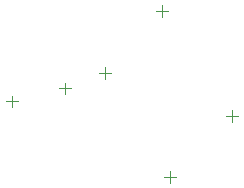
<source format=gbr>
G04*
G04 #@! TF.GenerationSoftware,Altium Limited,Altium Designer,23.8.1 (32)*
G04*
G04 Layer_Color=0*
%FSLAX43Y43*%
%MOMM*%
G71*
G04*
G04 #@! TF.SameCoordinates,4157314E-2F8B-4695-BFB2-F8FC6B21436D*
G04*
G04*
G04 #@! TF.FilePolarity,Positive*
G04*
G01*
G75*
%ADD11C,0.100*%
D11*
X43000Y12225D02*
X44000D01*
X43500Y11725D02*
Y12725D01*
X43000Y12225D02*
X44000D01*
X43500Y11725D02*
Y12725D01*
X32725Y15300D02*
Y16300D01*
X32225Y15800D02*
X33225D01*
X32725Y15300D02*
Y16300D01*
X32225Y15800D02*
X33225D01*
X24375Y13425D02*
X25375D01*
X24875Y12925D02*
Y13925D01*
X24375Y13425D02*
X25375D01*
X24875Y12925D02*
Y13925D01*
X38225Y6525D02*
Y7525D01*
X37725Y7025D02*
X38725D01*
X37025Y21100D02*
X38025D01*
X37525Y20600D02*
Y21600D01*
X29350Y14025D02*
Y15025D01*
X28850Y14525D02*
X29850D01*
M02*

</source>
